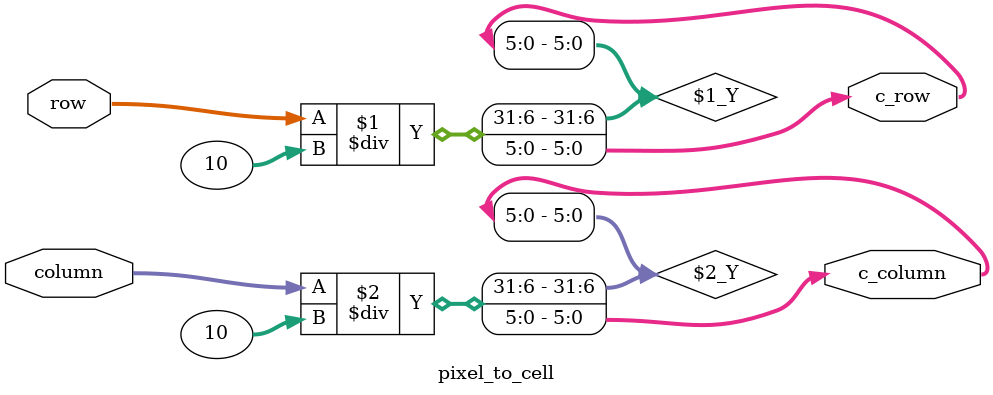
<source format=v>
module pixel_to_cell(
	input [9:0] row,
	input [9:0] column,
	output [5:0] c_row,
	output [5:0] c_column
);
	assign c_row = row / 10;
	assign c_column = column / 10;
endmodule
</source>
